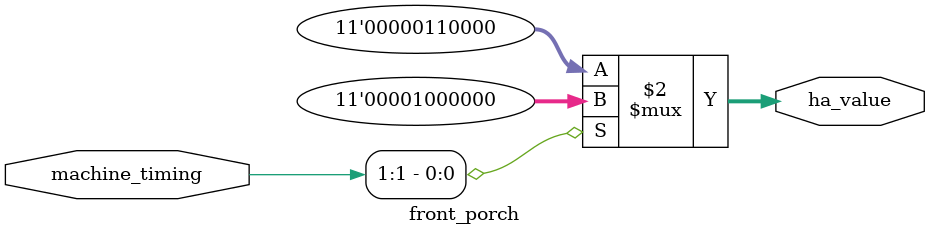
<source format=v>
`timescale 1ns / 1ps


module front_porch(
    input 		[2:0] 	machine_timing,    
    output 		[10:0]	ha_value 
    );
    
    assign ha_value = (machine_timing[1] == 0) ? 11'd48 : 11'd64; // 48k = 000 or 001, Pentagon = 100
        
endmodule

</source>
